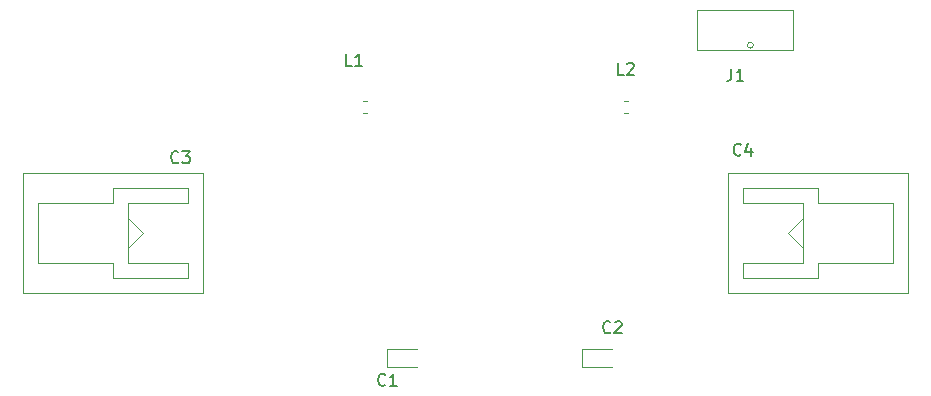
<source format=gbr>
G04 #@! TF.GenerationSoftware,KiCad,Pcbnew,5.1.2-f72e74a~84~ubuntu18.04.1*
G04 #@! TF.CreationDate,2019-07-11T09:37:04+02:00*
G04 #@! TF.ProjectId,kicad_filtre,6b696361-645f-4666-996c-7472652e6b69,rev?*
G04 #@! TF.SameCoordinates,Original*
G04 #@! TF.FileFunction,Legend,Top*
G04 #@! TF.FilePolarity,Positive*
%FSLAX46Y46*%
G04 Gerber Fmt 4.6, Leading zero omitted, Abs format (unit mm)*
G04 Created by KiCad (PCBNEW 5.1.2-f72e74a~84~ubuntu18.04.1) date 2019-07-11 09:37:04*
%MOMM*%
%LPD*%
G04 APERTURE LIST*
%ADD10C,0.120000*%
%ADD11C,0.150000*%
G04 APERTURE END LIST*
D10*
X158365000Y-108585000D02*
G75*
G03X158365000Y-108585000I-250000J0D01*
G01*
X161685000Y-109015000D02*
X153585000Y-109015000D01*
X153585000Y-105615000D02*
X161685000Y-105615000D01*
X161685000Y-109015000D02*
X161685000Y-105615000D01*
X153585000Y-109015000D02*
X153585000Y-105615000D01*
X147731267Y-113290000D02*
X147388733Y-113290000D01*
X147731267Y-114310000D02*
X147388733Y-114310000D01*
X125318733Y-114310000D02*
X125661267Y-114310000D01*
X125318733Y-113290000D02*
X125661267Y-113290000D01*
X143895000Y-135835000D02*
X146380000Y-135835000D01*
X143895000Y-134265000D02*
X143895000Y-135835000D01*
X146380000Y-134265000D02*
X143895000Y-134265000D01*
X127385000Y-135835000D02*
X129870000Y-135835000D01*
X127385000Y-134265000D02*
X127385000Y-135835000D01*
X129870000Y-134265000D02*
X127385000Y-134265000D01*
X162560000Y-125730000D02*
X161290000Y-124460000D01*
X162560000Y-123190000D02*
X161290000Y-124460000D01*
X156210000Y-129540000D02*
X171450000Y-129540000D01*
X171450000Y-119380000D02*
X156210000Y-119380000D01*
X157480000Y-127000000D02*
X157480000Y-128270000D01*
X162560000Y-127000000D02*
X157480000Y-127000000D01*
X162560000Y-121920000D02*
X162560000Y-127000000D01*
X157480000Y-121920000D02*
X162560000Y-121920000D01*
X157480000Y-120650000D02*
X157480000Y-121920000D01*
X170180000Y-121920000D02*
X170180000Y-127000000D01*
X163830000Y-121920000D02*
X170180000Y-121920000D01*
X163830000Y-120650000D02*
X163830000Y-121920000D01*
X163830000Y-127000000D02*
X170180000Y-127000000D01*
X163830000Y-128270000D02*
X163830000Y-127000000D01*
X171450000Y-129540000D02*
X171450000Y-119380000D01*
X156210000Y-119380000D02*
X156210000Y-129540000D01*
X163830000Y-128270000D02*
X157480000Y-128270000D01*
X157480000Y-120650000D02*
X163830000Y-120650000D01*
X105410000Y-123190000D02*
X106680000Y-124460000D01*
X105410000Y-125730000D02*
X106680000Y-124460000D01*
X111760000Y-119380000D02*
X96520000Y-119380000D01*
X96520000Y-129540000D02*
X111760000Y-129540000D01*
X110490000Y-121920000D02*
X110490000Y-120650000D01*
X105410000Y-121920000D02*
X110490000Y-121920000D01*
X105410000Y-127000000D02*
X105410000Y-121920000D01*
X110490000Y-127000000D02*
X105410000Y-127000000D01*
X110490000Y-128270000D02*
X110490000Y-127000000D01*
X97790000Y-127000000D02*
X97790000Y-121920000D01*
X104140000Y-127000000D02*
X97790000Y-127000000D01*
X104140000Y-128270000D02*
X104140000Y-127000000D01*
X104140000Y-121920000D02*
X97790000Y-121920000D01*
X104140000Y-120650000D02*
X104140000Y-121920000D01*
X96520000Y-119380000D02*
X96520000Y-129540000D01*
X111760000Y-129540000D02*
X111760000Y-119380000D01*
X104140000Y-120650000D02*
X110490000Y-120650000D01*
X110490000Y-128270000D02*
X104140000Y-128270000D01*
D11*
X156511666Y-110577380D02*
X156511666Y-111291666D01*
X156464047Y-111434523D01*
X156368809Y-111529761D01*
X156225952Y-111577380D01*
X156130714Y-111577380D01*
X157511666Y-111577380D02*
X156940238Y-111577380D01*
X157225952Y-111577380D02*
X157225952Y-110577380D01*
X157130714Y-110720238D01*
X157035476Y-110815476D01*
X156940238Y-110863095D01*
X147393333Y-111077380D02*
X146917142Y-111077380D01*
X146917142Y-110077380D01*
X147679047Y-110172619D02*
X147726666Y-110125000D01*
X147821904Y-110077380D01*
X148060000Y-110077380D01*
X148155238Y-110125000D01*
X148202857Y-110172619D01*
X148250476Y-110267857D01*
X148250476Y-110363095D01*
X148202857Y-110505952D01*
X147631428Y-111077380D01*
X148250476Y-111077380D01*
X124383333Y-110307380D02*
X123907142Y-110307380D01*
X123907142Y-109307380D01*
X125240476Y-110307380D02*
X124669047Y-110307380D01*
X124954761Y-110307380D02*
X124954761Y-109307380D01*
X124859523Y-109450238D01*
X124764285Y-109545476D01*
X124669047Y-109593095D01*
X146268333Y-132867142D02*
X146220714Y-132914761D01*
X146077857Y-132962380D01*
X145982619Y-132962380D01*
X145839761Y-132914761D01*
X145744523Y-132819523D01*
X145696904Y-132724285D01*
X145649285Y-132533809D01*
X145649285Y-132390952D01*
X145696904Y-132200476D01*
X145744523Y-132105238D01*
X145839761Y-132010000D01*
X145982619Y-131962380D01*
X146077857Y-131962380D01*
X146220714Y-132010000D01*
X146268333Y-132057619D01*
X146649285Y-132057619D02*
X146696904Y-132010000D01*
X146792142Y-131962380D01*
X147030238Y-131962380D01*
X147125476Y-132010000D01*
X147173095Y-132057619D01*
X147220714Y-132152857D01*
X147220714Y-132248095D01*
X147173095Y-132390952D01*
X146601666Y-132962380D01*
X147220714Y-132962380D01*
X127208333Y-137312142D02*
X127160714Y-137359761D01*
X127017857Y-137407380D01*
X126922619Y-137407380D01*
X126779761Y-137359761D01*
X126684523Y-137264523D01*
X126636904Y-137169285D01*
X126589285Y-136978809D01*
X126589285Y-136835952D01*
X126636904Y-136645476D01*
X126684523Y-136550238D01*
X126779761Y-136455000D01*
X126922619Y-136407380D01*
X127017857Y-136407380D01*
X127160714Y-136455000D01*
X127208333Y-136502619D01*
X128160714Y-137407380D02*
X127589285Y-137407380D01*
X127875000Y-137407380D02*
X127875000Y-136407380D01*
X127779761Y-136550238D01*
X127684523Y-136645476D01*
X127589285Y-136693095D01*
X157313333Y-117832142D02*
X157265714Y-117879761D01*
X157122857Y-117927380D01*
X157027619Y-117927380D01*
X156884761Y-117879761D01*
X156789523Y-117784523D01*
X156741904Y-117689285D01*
X156694285Y-117498809D01*
X156694285Y-117355952D01*
X156741904Y-117165476D01*
X156789523Y-117070238D01*
X156884761Y-116975000D01*
X157027619Y-116927380D01*
X157122857Y-116927380D01*
X157265714Y-116975000D01*
X157313333Y-117022619D01*
X158170476Y-117260714D02*
X158170476Y-117927380D01*
X157932380Y-116879761D02*
X157694285Y-117594047D01*
X158313333Y-117594047D01*
X109688333Y-118467142D02*
X109640714Y-118514761D01*
X109497857Y-118562380D01*
X109402619Y-118562380D01*
X109259761Y-118514761D01*
X109164523Y-118419523D01*
X109116904Y-118324285D01*
X109069285Y-118133809D01*
X109069285Y-117990952D01*
X109116904Y-117800476D01*
X109164523Y-117705238D01*
X109259761Y-117610000D01*
X109402619Y-117562380D01*
X109497857Y-117562380D01*
X109640714Y-117610000D01*
X109688333Y-117657619D01*
X110021666Y-117562380D02*
X110640714Y-117562380D01*
X110307380Y-117943333D01*
X110450238Y-117943333D01*
X110545476Y-117990952D01*
X110593095Y-118038571D01*
X110640714Y-118133809D01*
X110640714Y-118371904D01*
X110593095Y-118467142D01*
X110545476Y-118514761D01*
X110450238Y-118562380D01*
X110164523Y-118562380D01*
X110069285Y-118514761D01*
X110021666Y-118467142D01*
M02*

</source>
